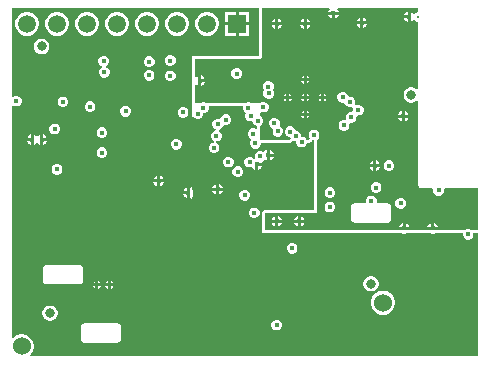
<source format=gbr>
%TF.GenerationSoftware,Altium Limited,Altium Designer,21.9.1 (22)*%
G04 Layer_Physical_Order=2*
G04 Layer_Color=16440176*
%FSLAX45Y45*%
%MOMM*%
%TF.SameCoordinates,430BEF64-33ED-46D9-BD69-C1E45A4CD6A6*%
%TF.FilePolarity,Positive*%
%TF.FileFunction,Copper,L2,Inr,Signal*%
%TF.Part,Single*%
G01*
G75*
%TA.AperFunction,ViaPad*%
%ADD49C,0.80000*%
%ADD50C,1.52400*%
%TA.AperFunction,ComponentPad*%
%ADD51C,1.50000*%
%ADD52R,1.50000X1.50000*%
%TA.AperFunction,ViaPad*%
%ADD53C,0.40000*%
%ADD54C,0.20000*%
%ADD55C,0.30000*%
G36*
X3468951Y2940400D02*
X3461813D01*
X3446964Y2934249D01*
X3441121Y2928406D01*
X3430186Y2926079D01*
X3425164Y2929042D01*
X3415717Y2938488D01*
X3402700Y2943880D01*
Y2900000D01*
Y2856120D01*
X3415717Y2861512D01*
X3425164Y2870958D01*
X3430186Y2873921D01*
X3441121Y2871594D01*
X3446964Y2865751D01*
X3461813Y2859600D01*
X3468951D01*
Y2291499D01*
X3456251Y2286238D01*
X3450157Y2292333D01*
X3435244Y2300943D01*
X3418610Y2305400D01*
X3401390D01*
X3384757Y2300943D01*
X3369843Y2292333D01*
X3357667Y2280157D01*
X3349057Y2265244D01*
X3344600Y2248610D01*
Y2231390D01*
X3349057Y2214757D01*
X3357667Y2199843D01*
X3369843Y2187667D01*
X3384757Y2179057D01*
X3401390Y2174600D01*
X3418610D01*
X3435244Y2179057D01*
X3450157Y2187667D01*
X3456251Y2193762D01*
X3468951Y2188501D01*
Y1475000D01*
X3470923Y1465089D01*
X3476537Y1456687D01*
X3484938Y1451074D01*
X3494849Y1449102D01*
X3587870D01*
X3594600Y1439030D01*
Y1420969D01*
X3601512Y1404283D01*
X3614283Y1391512D01*
X3630969Y1384600D01*
X3649031D01*
X3665717Y1391512D01*
X3678488Y1404283D01*
X3685400Y1420969D01*
Y1439030D01*
X3692130Y1449102D01*
X3974104D01*
Y1095897D01*
X3936048D01*
X3933545Y1095400D01*
X3930993Y1095399D01*
X3928638Y1094424D01*
X3926137Y1093926D01*
X3924015Y1092508D01*
X3922376Y1091829D01*
X3915717Y1098488D01*
X3899031Y1105400D01*
X3880969D01*
X3864283Y1098488D01*
X3857624Y1091829D01*
X3855985Y1092508D01*
X3853863Y1093926D01*
X3851362Y1094424D01*
X3849007Y1095399D01*
X3846455Y1095400D01*
X3843952Y1095897D01*
X3638789D01*
X3637852Y1097300D01*
X3542148D01*
X3541211Y1095897D01*
X3398789D01*
X3397852Y1097300D01*
X3302148D01*
X3301211Y1095897D01*
X2170000D01*
Y1240000D01*
X2610000D01*
Y1860000D01*
X2611231Y1861219D01*
X2611353Y1861270D01*
X2624124Y1874041D01*
X2631036Y1890727D01*
Y1908789D01*
X2624124Y1925475D01*
X2611353Y1938246D01*
X2594666Y1945158D01*
X2576605D01*
X2559919Y1938246D01*
X2547147Y1925475D01*
X2540236Y1908789D01*
Y1890727D01*
X2547147Y1874041D01*
X2548488Y1872700D01*
X2543228Y1860000D01*
X2520857D01*
X2518488Y1865717D01*
X2505717Y1878488D01*
X2489031Y1885400D01*
X2475400D01*
Y1899031D01*
X2468488Y1915717D01*
X2455717Y1928488D01*
X2439031Y1935400D01*
X2430202D01*
Y1937791D01*
X2423291Y1954477D01*
X2410519Y1967249D01*
X2393833Y1974160D01*
X2375772D01*
X2359085Y1967249D01*
X2346314Y1954477D01*
X2339402Y1937791D01*
Y1919729D01*
X2346314Y1903043D01*
X2359085Y1890272D01*
X2375772Y1883360D01*
X2382859D01*
X2387451Y1871841D01*
X2379539Y1860000D01*
X2130000D01*
Y1979144D01*
X2135717Y1981512D01*
X2148488Y1994283D01*
X2155400Y2010969D01*
Y2029031D01*
X2148488Y2045717D01*
X2135717Y2058488D01*
X2130000Y2060856D01*
Y2083274D01*
X2142700Y2091760D01*
X2146889Y2090025D01*
X2164951D01*
X2181637Y2096936D01*
X2194408Y2109708D01*
X2201320Y2126394D01*
Y2144455D01*
X2194408Y2161142D01*
X2181637Y2173913D01*
X2164951Y2180825D01*
X2146889D01*
X2130203Y2173913D01*
X2126290Y2170000D01*
X2052068D01*
X2039031Y2175400D01*
X2020969D01*
X2007932Y2170000D01*
X1672068D01*
X1659031Y2175400D01*
X1640969D01*
X1627932Y2170000D01*
X1575898D01*
Y2321937D01*
X1588598Y2327197D01*
X1594283Y2321512D01*
X1607300Y2316120D01*
Y2360000D01*
Y2403880D01*
X1594283Y2398488D01*
X1588598Y2392803D01*
X1575898Y2398064D01*
Y2544102D01*
X2120000D01*
X2129911Y2546074D01*
X2138312Y2551688D01*
X2143926Y2560089D01*
X2145898Y2570000D01*
Y2974104D01*
X2711938D01*
X2717199Y2961404D01*
X2711512Y2955717D01*
X2706120Y2942700D01*
X2793880D01*
X2788488Y2955717D01*
X2782802Y2961404D01*
X2788062Y2974104D01*
X3468951D01*
Y2940400D01*
D02*
G37*
G36*
X2120000Y2570000D02*
X1550000D01*
Y2049201D01*
X1557159Y2052361D01*
X1562700Y2053095D01*
X1574283Y2041512D01*
X1590969Y2034600D01*
X1609031D01*
X1625717Y2041512D01*
X1638488Y2054283D01*
X1645400Y2070969D01*
Y2084600D01*
X1659031D01*
X1675717Y2091512D01*
X1688488Y2104283D01*
X1695400Y2120969D01*
Y2139031D01*
X1698789Y2144102D01*
X1981211D01*
X1984600Y2139031D01*
Y2120969D01*
X1991512Y2104283D01*
X2004283Y2091512D01*
X2010904Y2088769D01*
X2011512Y2085717D01*
X2004600Y2069031D01*
Y2050969D01*
X2011512Y2034283D01*
X2024283Y2021512D01*
X2040969Y2014600D01*
X2059030D01*
X2067361Y2004304D01*
X2071512Y1994283D01*
X2084283Y1981512D01*
X2100969Y1974600D01*
X2104102D01*
Y1956696D01*
X2091402Y1950276D01*
X2079031Y1955400D01*
X2060969D01*
X2044283Y1948488D01*
X2031512Y1935717D01*
X2024600Y1919031D01*
Y1900969D01*
X2031512Y1884283D01*
X2044283Y1871512D01*
X2050003Y1869142D01*
X2052070Y1858754D01*
X2051177Y1854909D01*
X2044600Y1839031D01*
Y1820969D01*
X2051512Y1804283D01*
X2064283Y1791512D01*
X2080969Y1784600D01*
X2099031D01*
X2115717Y1791512D01*
X2128488Y1804283D01*
X2135400Y1820969D01*
Y1834103D01*
X2379539D01*
X2382041Y1834600D01*
X2384591D01*
X2386947Y1835576D01*
X2389450Y1836074D01*
X2391571Y1837491D01*
X2393927Y1838467D01*
X2395730Y1840270D01*
X2397851Y1841688D01*
X2399269Y1843809D01*
X2401072Y1845612D01*
X2404855Y1851274D01*
X2420969Y1844600D01*
X2434600D01*
Y1830969D01*
X2441512Y1814283D01*
X2454283Y1801512D01*
X2470969Y1794600D01*
X2489031D01*
X2505717Y1801512D01*
X2518488Y1814283D01*
X2525400Y1830969D01*
Y1834103D01*
X2543228D01*
X2553138Y1836074D01*
X2561540Y1841687D01*
X2567154Y1850089D01*
X2570047Y1857074D01*
X2576605Y1854358D01*
X2584103D01*
Y1265898D01*
X2170000D01*
X2160089Y1263926D01*
X2151688Y1258312D01*
X2146074Y1249911D01*
X2144102Y1240000D01*
Y1095897D01*
X2146074Y1085987D01*
X2148270Y1082700D01*
X2141920Y1070000D01*
X3327933D01*
X3340969Y1064600D01*
X3359031D01*
X3372067Y1070000D01*
X3567933D01*
X3580969Y1064600D01*
X3599031D01*
X3612067Y1070000D01*
X3843952D01*
X3844600Y1069030D01*
Y1050969D01*
X3851512Y1034283D01*
X3864283Y1021512D01*
X3880969Y1014600D01*
X3899031D01*
X3915717Y1021512D01*
X3928488Y1034283D01*
X3935400Y1050969D01*
Y1069030D01*
X3936048Y1070000D01*
X3974104D01*
Y25896D01*
X187541D01*
X182281Y38596D01*
X191300Y47616D01*
X204676Y70784D01*
X211600Y96624D01*
Y123376D01*
X204676Y149216D01*
X191300Y172384D01*
X172384Y191300D01*
X149216Y204676D01*
X123376Y211600D01*
X96624D01*
X70784Y204676D01*
X47616Y191300D01*
X38596Y182281D01*
X25896Y187541D01*
Y2143546D01*
X38596Y2148806D01*
X39716Y2147686D01*
X56402Y2140775D01*
X74464D01*
X91150Y2147686D01*
X103922Y2160458D01*
X110833Y2177144D01*
Y2195205D01*
X103922Y2211892D01*
X91150Y2224663D01*
X74464Y2231575D01*
X56402D01*
X39716Y2224663D01*
X38596Y2223543D01*
X25896Y2228804D01*
Y2974104D01*
X2120000D01*
Y2570000D01*
D02*
G37*
%LPC*%
G36*
X3377300Y2943880D02*
X3364283Y2938488D01*
X3351512Y2925717D01*
X3346120Y2912700D01*
X3377300D01*
Y2943880D01*
D02*
G37*
G36*
X2793880Y2917300D02*
X2762700D01*
Y2886120D01*
X2775717Y2891512D01*
X2788488Y2904283D01*
X2793880Y2917300D01*
D02*
G37*
G36*
X2737300D02*
X2706120D01*
X2711512Y2904283D01*
X2724283Y2891512D01*
X2737300Y2886120D01*
Y2917300D01*
D02*
G37*
G36*
X3002700Y2893880D02*
Y2862700D01*
X3033880D01*
X3028488Y2875717D01*
X3015717Y2888488D01*
X3002700Y2893880D01*
D02*
G37*
G36*
X2977300D02*
X2964283Y2888488D01*
X2951512Y2875717D01*
X2946120Y2862700D01*
X2977300D01*
Y2893880D01*
D02*
G37*
G36*
X3377300Y2887300D02*
X3346120D01*
X3351512Y2874283D01*
X3364283Y2861512D01*
X3377300Y2856120D01*
Y2887300D01*
D02*
G37*
G36*
X2522700Y2883880D02*
Y2852700D01*
X2553880D01*
X2548488Y2865717D01*
X2535717Y2878488D01*
X2522700Y2883880D01*
D02*
G37*
G36*
X2497300D02*
X2484283Y2878488D01*
X2471512Y2865717D01*
X2466120Y2852700D01*
X2497300D01*
Y2883880D01*
D02*
G37*
G36*
X2282700D02*
Y2852700D01*
X2313880D01*
X2308488Y2865717D01*
X2295717Y2878488D01*
X2282700Y2883880D01*
D02*
G37*
G36*
X2257300D02*
X2244283Y2878488D01*
X2231512Y2865717D01*
X2226120Y2852700D01*
X2257300D01*
Y2883880D01*
D02*
G37*
G36*
X3033880Y2837300D02*
X3002700D01*
Y2806120D01*
X3015717Y2811512D01*
X3028488Y2824283D01*
X3033880Y2837300D01*
D02*
G37*
G36*
X2977300D02*
X2946120D01*
X2951512Y2824283D01*
X2964283Y2811512D01*
X2977300Y2806120D01*
Y2837300D01*
D02*
G37*
G36*
X2553880Y2827300D02*
X2522700D01*
Y2796120D01*
X2535717Y2801512D01*
X2548488Y2814283D01*
X2553880Y2827300D01*
D02*
G37*
G36*
X2497300D02*
X2466120D01*
X2471512Y2814283D01*
X2484283Y2801512D01*
X2497300Y2796120D01*
Y2827300D01*
D02*
G37*
G36*
X2313880D02*
X2282700D01*
Y2796120D01*
X2295717Y2801512D01*
X2308488Y2814283D01*
X2313880Y2827300D01*
D02*
G37*
G36*
X2257300D02*
X2226120D01*
X2231512Y2814283D01*
X2244283Y2801512D01*
X2257300Y2796120D01*
Y2827300D01*
D02*
G37*
G36*
X2522700Y2400556D02*
Y2380200D01*
X2543056D01*
X2540011Y2387553D01*
X2530053Y2397511D01*
X2522700Y2400556D01*
D02*
G37*
G36*
X2497300D02*
X2489948Y2397511D01*
X2479989Y2387553D01*
X2476944Y2380200D01*
X2497300D01*
Y2400556D01*
D02*
G37*
G36*
X1939031Y2465400D02*
X1920969D01*
X1904283Y2458488D01*
X1891512Y2445717D01*
X1884600Y2429031D01*
Y2410969D01*
X1891512Y2394283D01*
X1904283Y2381512D01*
X1920969Y2374600D01*
X1939031D01*
X1955717Y2381512D01*
X1968488Y2394283D01*
X1975400Y2410969D01*
Y2429031D01*
X1968488Y2445717D01*
X1955717Y2458488D01*
X1939031Y2465400D01*
D02*
G37*
G36*
X1632700Y2403880D02*
Y2372700D01*
X1663880D01*
X1658488Y2385717D01*
X1645717Y2398488D01*
X1632700Y2403880D01*
D02*
G37*
G36*
X2543056Y2354800D02*
X2522700D01*
Y2334444D01*
X2530053Y2337489D01*
X2540011Y2347447D01*
X2543056Y2354800D01*
D02*
G37*
G36*
X2497300D02*
X2476944D01*
X2479989Y2347447D01*
X2489948Y2337489D01*
X2497300Y2334444D01*
Y2354800D01*
D02*
G37*
G36*
X1663880Y2347300D02*
X1632700D01*
Y2316120D01*
X1645717Y2321512D01*
X1658488Y2334283D01*
X1663880Y2347300D01*
D02*
G37*
G36*
X2670200Y2253056D02*
Y2232700D01*
X2690556D01*
X2687511Y2240052D01*
X2677553Y2250010D01*
X2670200Y2253056D01*
D02*
G37*
G36*
X2644800D02*
X2637448Y2250010D01*
X2627490Y2240052D01*
X2624444Y2232700D01*
X2644800D01*
Y2253056D01*
D02*
G37*
G36*
X2522700D02*
Y2232700D01*
X2543056D01*
X2540011Y2240052D01*
X2530053Y2250010D01*
X2522700Y2253056D01*
D02*
G37*
G36*
X2497300D02*
X2489948Y2250010D01*
X2479989Y2240052D01*
X2476944Y2232700D01*
X2497300D01*
Y2253056D01*
D02*
G37*
G36*
X2375200D02*
Y2232700D01*
X2395556D01*
X2392511Y2240052D01*
X2382553Y2250010D01*
X2375200Y2253056D01*
D02*
G37*
G36*
X2349800D02*
X2342447Y2250010D01*
X2332489Y2240052D01*
X2329444Y2232700D01*
X2349800D01*
Y2253056D01*
D02*
G37*
G36*
X2209031Y2355400D02*
X2190969D01*
X2174283Y2348488D01*
X2161512Y2335717D01*
X2154600Y2319031D01*
Y2300969D01*
X2161512Y2284283D01*
X2165794Y2280000D01*
X2162594Y2276800D01*
X2155683Y2260114D01*
Y2242052D01*
X2162594Y2225366D01*
X2175366Y2212595D01*
X2192052Y2205683D01*
X2210113D01*
X2226800Y2212595D01*
X2239571Y2225366D01*
X2246483Y2242052D01*
Y2260114D01*
X2239571Y2276800D01*
X2235288Y2281083D01*
X2238488Y2284283D01*
X2245400Y2300969D01*
Y2319031D01*
X2238488Y2335717D01*
X2225717Y2348488D01*
X2209031Y2355400D01*
D02*
G37*
G36*
X2690556Y2207300D02*
X2670200D01*
Y2186944D01*
X2677553Y2189989D01*
X2687511Y2199947D01*
X2690556Y2207300D01*
D02*
G37*
G36*
X2644800D02*
X2624444D01*
X2627490Y2199947D01*
X2637448Y2189989D01*
X2644800Y2186944D01*
Y2207300D01*
D02*
G37*
G36*
X2543056D02*
X2522700D01*
Y2186944D01*
X2530053Y2189989D01*
X2540011Y2199947D01*
X2543056Y2207300D01*
D02*
G37*
G36*
X2497300D02*
X2476944D01*
X2479989Y2199947D01*
X2489948Y2189989D01*
X2497300Y2186944D01*
Y2207300D01*
D02*
G37*
G36*
X2395556D02*
X2375200D01*
Y2186944D01*
X2382553Y2189989D01*
X2392511Y2199947D01*
X2395556Y2207300D01*
D02*
G37*
G36*
X2349800D02*
X2329444D01*
X2332489Y2199947D01*
X2342447Y2189989D01*
X2349800Y2186944D01*
Y2207300D01*
D02*
G37*
G36*
X2522700Y2105556D02*
Y2085200D01*
X2543056D01*
X2540011Y2092552D01*
X2530053Y2102510D01*
X2522700Y2105556D01*
D02*
G37*
G36*
X2497300D02*
X2489948Y2102510D01*
X2479989Y2092552D01*
X2476944Y2085200D01*
X2497300D01*
Y2105556D01*
D02*
G37*
G36*
X3352700Y2103880D02*
Y2072700D01*
X3383880D01*
X3378488Y2085717D01*
X3365717Y2098488D01*
X3352700Y2103880D01*
D02*
G37*
G36*
X3327300D02*
X3314283Y2098488D01*
X3301512Y2085717D01*
X3296120Y2072700D01*
X3327300D01*
Y2103880D01*
D02*
G37*
G36*
X2543056Y2059800D02*
X2522700D01*
Y2039444D01*
X2530053Y2042489D01*
X2540011Y2052447D01*
X2543056Y2059800D01*
D02*
G37*
G36*
X2497300D02*
X2476944D01*
X2479989Y2052447D01*
X2489948Y2042489D01*
X2497300Y2039444D01*
Y2059800D01*
D02*
G37*
G36*
X3383880Y2047300D02*
X3352700D01*
Y2016120D01*
X3365717Y2021512D01*
X3378488Y2034283D01*
X3383880Y2047300D01*
D02*
G37*
G36*
X3327300D02*
X3296120D01*
X3301512Y2034283D01*
X3314283Y2021512D01*
X3327300Y2016120D01*
Y2047300D01*
D02*
G37*
G36*
X2839031Y2265400D02*
X2820969D01*
X2804283Y2258488D01*
X2791512Y2245717D01*
X2784600Y2229031D01*
Y2210969D01*
X2791512Y2194283D01*
X2804283Y2181512D01*
X2820969Y2174600D01*
X2839030D01*
X2847361Y2164304D01*
X2851512Y2154283D01*
X2864283Y2141512D01*
X2880969Y2134600D01*
X2899031D01*
X2909016Y2138736D01*
X2918736Y2129016D01*
X2914600Y2119031D01*
Y2106840D01*
X2910854Y2099146D01*
X2903160Y2095400D01*
X2890969D01*
X2874283Y2088488D01*
X2861512Y2075717D01*
X2854600Y2059031D01*
Y2040969D01*
X2856665Y2035984D01*
X2852704Y2030494D01*
X2847302Y2025400D01*
X2830969D01*
X2814283Y2018488D01*
X2801512Y2005717D01*
X2794600Y1989031D01*
Y1970969D01*
X2801512Y1954283D01*
X2814283Y1941512D01*
X2830969Y1934600D01*
X2849031D01*
X2865717Y1941512D01*
X2878488Y1954283D01*
X2885400Y1970969D01*
Y1989031D01*
X2883335Y1994016D01*
X2887296Y1999507D01*
X2892698Y2004600D01*
X2909031D01*
X2925717Y2011512D01*
X2938488Y2024283D01*
X2945400Y2040969D01*
Y2053160D01*
X2949146Y2060854D01*
X2956840Y2064600D01*
X2969031D01*
X2985717Y2071512D01*
X2998488Y2084283D01*
X3005400Y2100969D01*
Y2119031D01*
X2998488Y2135717D01*
X2985717Y2148488D01*
X2969031Y2155400D01*
X2950969D01*
X2940984Y2151264D01*
X2931264Y2160985D01*
X2935400Y2170969D01*
Y2189031D01*
X2928488Y2205717D01*
X2915717Y2218488D01*
X2899031Y2225400D01*
X2880970D01*
X2872639Y2235696D01*
X2868488Y2245717D01*
X2855717Y2258488D01*
X2839031Y2265400D01*
D02*
G37*
G36*
X2259031Y2045400D02*
X2240969D01*
X2224283Y2038488D01*
X2211512Y2025717D01*
X2204600Y2009031D01*
Y1990969D01*
X2211512Y1974283D01*
X2224283Y1961512D01*
X2229304Y1959432D01*
X2236189Y1942867D01*
X2234600Y1939031D01*
Y1920969D01*
X2241512Y1904283D01*
X2254283Y1891512D01*
X2270969Y1884600D01*
X2289031D01*
X2305717Y1891512D01*
X2318488Y1904283D01*
X2325400Y1920969D01*
Y1939031D01*
X2318488Y1955717D01*
X2305717Y1968488D01*
X2300696Y1970568D01*
X2293811Y1987133D01*
X2295400Y1990969D01*
Y2009031D01*
X2288488Y2025717D01*
X2275717Y2038488D01*
X2259031Y2045400D01*
D02*
G37*
G36*
X3112700Y1683880D02*
Y1652700D01*
X3143880D01*
X3138488Y1665717D01*
X3125717Y1678488D01*
X3112700Y1683880D01*
D02*
G37*
G36*
X3087300D02*
X3074283Y1678488D01*
X3061512Y1665717D01*
X3056120Y1652700D01*
X3087300D01*
Y1683880D01*
D02*
G37*
G36*
X3143880Y1627300D02*
X3112700D01*
Y1596120D01*
X3125717Y1601512D01*
X3138488Y1614283D01*
X3143880Y1627300D01*
D02*
G37*
G36*
X3087300D02*
X3056120D01*
X3061512Y1614283D01*
X3074283Y1601512D01*
X3087300Y1596120D01*
Y1627300D01*
D02*
G37*
G36*
X3229031Y1685400D02*
X3210969D01*
X3194283Y1678488D01*
X3181512Y1665717D01*
X3174600Y1649031D01*
Y1630969D01*
X3181512Y1614283D01*
X3194283Y1601512D01*
X3210969Y1594600D01*
X3229031D01*
X3245717Y1601512D01*
X3258488Y1614283D01*
X3265400Y1630969D01*
Y1649031D01*
X3258488Y1665717D01*
X3245717Y1678488D01*
X3229031Y1685400D01*
D02*
G37*
G36*
X3120516Y1500127D02*
X3102455D01*
X3085769Y1493215D01*
X3072997Y1480444D01*
X3066086Y1463758D01*
Y1445696D01*
X3072997Y1429010D01*
X3085769Y1416238D01*
X3102455Y1409327D01*
X3120516D01*
X3137203Y1416238D01*
X3149974Y1429010D01*
X3156885Y1445696D01*
Y1463758D01*
X3149974Y1480444D01*
X3137203Y1493215D01*
X3120516Y1500127D01*
D02*
G37*
G36*
X2729031Y1455400D02*
X2710969D01*
X2694283Y1448488D01*
X2681512Y1435717D01*
X2674600Y1419031D01*
Y1400969D01*
X2681512Y1384283D01*
X2694283Y1371512D01*
X2710969Y1364600D01*
X2729031D01*
X2745717Y1371512D01*
X2758488Y1384283D01*
X2765400Y1400969D01*
Y1419031D01*
X2758488Y1435717D01*
X2745717Y1448488D01*
X2729031Y1455400D01*
D02*
G37*
G36*
X3329031Y1365400D02*
X3310969D01*
X3294283Y1358488D01*
X3281512Y1345717D01*
X3274600Y1329031D01*
Y1310969D01*
X3281512Y1294283D01*
X3294283Y1281512D01*
X3310969Y1274600D01*
X3329031D01*
X3345717Y1281512D01*
X3358488Y1294283D01*
X3365400Y1310969D01*
Y1329031D01*
X3358488Y1345717D01*
X3345717Y1358488D01*
X3329031Y1365400D01*
D02*
G37*
G36*
X2729031Y1335400D02*
X2710969D01*
X2694283Y1328488D01*
X2681512Y1315717D01*
X2674600Y1299031D01*
Y1280969D01*
X2681512Y1264283D01*
X2694283Y1251512D01*
X2710969Y1244600D01*
X2729031D01*
X2745717Y1251512D01*
X2758488Y1264283D01*
X2765400Y1280969D01*
Y1299031D01*
X2758488Y1315717D01*
X2745717Y1328488D01*
X2729031Y1335400D01*
D02*
G37*
G36*
X2472700Y1213880D02*
Y1182700D01*
X2503880D01*
X2498488Y1195717D01*
X2485717Y1208488D01*
X2472700Y1213880D01*
D02*
G37*
G36*
X2447300D02*
X2434283Y1208488D01*
X2421512Y1195717D01*
X2416120Y1182700D01*
X2447300D01*
Y1213880D01*
D02*
G37*
G36*
X2282700D02*
Y1182700D01*
X2313880D01*
X2308488Y1195717D01*
X2295717Y1208488D01*
X2282700Y1213880D01*
D02*
G37*
G36*
X2257300D02*
X2244283Y1208488D01*
X2231512Y1195717D01*
X2226120Y1182700D01*
X2257300D01*
Y1213880D01*
D02*
G37*
G36*
X3079031Y1386600D02*
X3060969D01*
X3044283Y1379688D01*
X3031512Y1366917D01*
X3024600Y1350231D01*
Y1332170D01*
X3017668Y1321796D01*
X2930300D01*
X2918438Y1319436D01*
X2908383Y1312717D01*
X2901664Y1302662D01*
X2899304Y1290800D01*
Y1189200D01*
X2901664Y1177339D01*
X2908383Y1167283D01*
X2918438Y1160564D01*
X2930300Y1158204D01*
X3209700D01*
X3221562Y1160564D01*
X3231617Y1167283D01*
X3238336Y1177339D01*
X3240696Y1189200D01*
Y1290800D01*
X3238336Y1302662D01*
X3231617Y1312717D01*
X3221562Y1319436D01*
X3209700Y1321796D01*
X3122332D01*
X3115400Y1332170D01*
Y1350231D01*
X3108488Y1366917D01*
X3095717Y1379688D01*
X3079031Y1386600D01*
D02*
G37*
G36*
X2503880Y1157300D02*
X2472700D01*
Y1126120D01*
X2485717Y1131512D01*
X2498488Y1144283D01*
X2503880Y1157300D01*
D02*
G37*
G36*
X2447300D02*
X2416120D01*
X2421512Y1144283D01*
X2434283Y1131512D01*
X2447300Y1126120D01*
Y1157300D01*
D02*
G37*
G36*
X2313880D02*
X2282700D01*
Y1126120D01*
X2295717Y1131512D01*
X2308488Y1144283D01*
X2313880Y1157300D01*
D02*
G37*
G36*
X2257300D02*
X2226120D01*
X2231512Y1144283D01*
X2244283Y1131512D01*
X2257300Y1126120D01*
Y1157300D01*
D02*
G37*
G36*
X3602700Y1153880D02*
Y1122700D01*
X3633880D01*
X3628488Y1135717D01*
X3615717Y1148488D01*
X3602700Y1153880D01*
D02*
G37*
G36*
X3577300D02*
X3564283Y1148488D01*
X3551512Y1135717D01*
X3546120Y1122700D01*
X3577300D01*
Y1153880D01*
D02*
G37*
G36*
X3362700D02*
Y1122700D01*
X3393880D01*
X3388488Y1135717D01*
X3375717Y1148488D01*
X3362700Y1153880D01*
D02*
G37*
G36*
X3337300D02*
X3324283Y1148488D01*
X3311512Y1135717D01*
X3306120Y1122700D01*
X3337300D01*
Y1153880D01*
D02*
G37*
G36*
X2034400Y2940400D02*
X1946699D01*
Y2852700D01*
X2034400D01*
Y2940400D01*
D02*
G37*
G36*
X1921299D02*
X1833600D01*
Y2852700D01*
X1921299D01*
Y2940400D01*
D02*
G37*
G36*
X2034400Y2827300D02*
X1946699D01*
Y2739600D01*
X2034400D01*
Y2827300D01*
D02*
G37*
G36*
X1921299D02*
X1833600D01*
Y2739600D01*
X1921299D01*
Y2827300D01*
D02*
G37*
G36*
X1693218Y2940400D02*
X1666782D01*
X1641247Y2933558D01*
X1618353Y2920340D01*
X1599660Y2901647D01*
X1586442Y2878753D01*
X1579600Y2853218D01*
Y2826782D01*
X1586442Y2801247D01*
X1599660Y2778353D01*
X1618353Y2759660D01*
X1641247Y2746442D01*
X1666782Y2739600D01*
X1693218D01*
X1718753Y2746442D01*
X1741647Y2759660D01*
X1760340Y2778353D01*
X1773558Y2801247D01*
X1780400Y2826782D01*
Y2853218D01*
X1773558Y2878753D01*
X1760340Y2901647D01*
X1741647Y2920340D01*
X1718753Y2933558D01*
X1693218Y2940400D01*
D02*
G37*
G36*
X1439218D02*
X1412782D01*
X1387247Y2933558D01*
X1364353Y2920340D01*
X1345660Y2901647D01*
X1332442Y2878753D01*
X1325600Y2853218D01*
Y2826782D01*
X1332442Y2801247D01*
X1345660Y2778353D01*
X1364353Y2759660D01*
X1387247Y2746442D01*
X1412782Y2739600D01*
X1439218D01*
X1464753Y2746442D01*
X1487647Y2759660D01*
X1506340Y2778353D01*
X1519558Y2801247D01*
X1526400Y2826782D01*
Y2853218D01*
X1519558Y2878753D01*
X1506340Y2901647D01*
X1487647Y2920340D01*
X1464753Y2933558D01*
X1439218Y2940400D01*
D02*
G37*
G36*
X1185218D02*
X1158782D01*
X1133247Y2933558D01*
X1110353Y2920340D01*
X1091660Y2901647D01*
X1078442Y2878753D01*
X1071600Y2853218D01*
Y2826782D01*
X1078442Y2801247D01*
X1091660Y2778353D01*
X1110353Y2759660D01*
X1133247Y2746442D01*
X1158782Y2739600D01*
X1185218D01*
X1210753Y2746442D01*
X1233647Y2759660D01*
X1252340Y2778353D01*
X1265558Y2801247D01*
X1272400Y2826782D01*
Y2853218D01*
X1265558Y2878753D01*
X1252340Y2901647D01*
X1233647Y2920340D01*
X1210753Y2933558D01*
X1185218Y2940400D01*
D02*
G37*
G36*
X931218D02*
X904782D01*
X879247Y2933558D01*
X856353Y2920340D01*
X837660Y2901647D01*
X824442Y2878753D01*
X817600Y2853218D01*
Y2826782D01*
X824442Y2801247D01*
X837660Y2778353D01*
X856353Y2759660D01*
X879247Y2746442D01*
X904782Y2739600D01*
X931218D01*
X956753Y2746442D01*
X979647Y2759660D01*
X998340Y2778353D01*
X1011558Y2801247D01*
X1018400Y2826782D01*
Y2853218D01*
X1011558Y2878753D01*
X998340Y2901647D01*
X979647Y2920340D01*
X956753Y2933558D01*
X931218Y2940400D01*
D02*
G37*
G36*
X677218D02*
X650782D01*
X625247Y2933558D01*
X602353Y2920340D01*
X583660Y2901647D01*
X570442Y2878753D01*
X563600Y2853218D01*
Y2826782D01*
X570442Y2801247D01*
X583660Y2778353D01*
X602353Y2759660D01*
X625247Y2746442D01*
X650782Y2739600D01*
X677218D01*
X702753Y2746442D01*
X725647Y2759660D01*
X744340Y2778353D01*
X757558Y2801247D01*
X764400Y2826782D01*
Y2853218D01*
X757558Y2878753D01*
X744340Y2901647D01*
X725647Y2920340D01*
X702753Y2933558D01*
X677218Y2940400D01*
D02*
G37*
G36*
X423218D02*
X396782D01*
X371247Y2933558D01*
X348353Y2920340D01*
X329660Y2901647D01*
X316442Y2878753D01*
X309600Y2853218D01*
Y2826782D01*
X316442Y2801247D01*
X329660Y2778353D01*
X348353Y2759660D01*
X371247Y2746442D01*
X396782Y2739600D01*
X423218D01*
X448753Y2746442D01*
X471647Y2759660D01*
X490340Y2778353D01*
X503558Y2801247D01*
X510400Y2826782D01*
Y2853218D01*
X503558Y2878753D01*
X490340Y2901647D01*
X471647Y2920340D01*
X448753Y2933558D01*
X423218Y2940400D01*
D02*
G37*
G36*
X169218D02*
X142782D01*
X117247Y2933558D01*
X94353Y2920340D01*
X75660Y2901647D01*
X62442Y2878753D01*
X55600Y2853218D01*
Y2826782D01*
X62442Y2801247D01*
X75660Y2778353D01*
X94353Y2759660D01*
X117247Y2746442D01*
X142782Y2739600D01*
X169218D01*
X194753Y2746442D01*
X217647Y2759660D01*
X236340Y2778353D01*
X249558Y2801247D01*
X256400Y2826782D01*
Y2853218D01*
X249558Y2878753D01*
X236340Y2901647D01*
X217647Y2920340D01*
X194753Y2933558D01*
X169218Y2940400D01*
D02*
G37*
G36*
X288610Y2715400D02*
X271390D01*
X254756Y2710943D01*
X239843Y2702333D01*
X227667Y2690157D01*
X219057Y2675244D01*
X214600Y2658610D01*
Y2641390D01*
X219057Y2624756D01*
X227667Y2609843D01*
X239843Y2597667D01*
X254756Y2589057D01*
X271390Y2584600D01*
X288610D01*
X305243Y2589057D01*
X320157Y2597667D01*
X332333Y2609843D01*
X340943Y2624756D01*
X345400Y2641390D01*
Y2658610D01*
X340943Y2675244D01*
X332333Y2690157D01*
X320157Y2702333D01*
X305243Y2710943D01*
X288610Y2715400D01*
D02*
G37*
G36*
X1379031Y2575400D02*
X1360969D01*
X1344283Y2568488D01*
X1331512Y2555717D01*
X1324600Y2539031D01*
Y2520969D01*
X1331512Y2504283D01*
X1344283Y2491512D01*
X1360969Y2484600D01*
X1379031D01*
X1395717Y2491512D01*
X1408488Y2504283D01*
X1415400Y2520969D01*
Y2539031D01*
X1408488Y2555717D01*
X1395717Y2568488D01*
X1379031Y2575400D01*
D02*
G37*
G36*
X1199031Y2565400D02*
X1180969D01*
X1164283Y2558488D01*
X1151512Y2545717D01*
X1144600Y2529031D01*
Y2510969D01*
X1151512Y2494283D01*
X1164283Y2481512D01*
X1180969Y2474600D01*
X1199031D01*
X1215717Y2481512D01*
X1228488Y2494283D01*
X1235400Y2510969D01*
Y2529031D01*
X1228488Y2545717D01*
X1215717Y2558488D01*
X1199031Y2565400D01*
D02*
G37*
G36*
X815209Y2570891D02*
X797148D01*
X780461Y2563980D01*
X767690Y2551208D01*
X760779Y2534522D01*
Y2516461D01*
X767690Y2499774D01*
X780461Y2487003D01*
X788128Y2483827D01*
Y2470081D01*
X784283Y2468488D01*
X771512Y2455717D01*
X764600Y2439031D01*
Y2420969D01*
X771512Y2404283D01*
X784283Y2391512D01*
X800969Y2384600D01*
X819031D01*
X835717Y2391512D01*
X848488Y2404283D01*
X855400Y2420969D01*
Y2439031D01*
X848488Y2455717D01*
X835717Y2468488D01*
X828050Y2471664D01*
Y2485410D01*
X831895Y2487003D01*
X844667Y2499774D01*
X851578Y2516461D01*
Y2534522D01*
X844667Y2551208D01*
X831895Y2563980D01*
X815209Y2570891D01*
D02*
G37*
G36*
X1198605Y2450400D02*
X1180544D01*
X1163858Y2443488D01*
X1151086Y2430717D01*
X1144175Y2414030D01*
Y2395969D01*
X1151086Y2379283D01*
X1163858Y2366511D01*
X1180544Y2359600D01*
X1198605D01*
X1215292Y2366511D01*
X1228063Y2379283D01*
X1234975Y2395969D01*
Y2414030D01*
X1228063Y2430717D01*
X1215292Y2443488D01*
X1198605Y2450400D01*
D02*
G37*
G36*
X1379031Y2445400D02*
X1360969D01*
X1344283Y2438488D01*
X1331512Y2425717D01*
X1324600Y2409031D01*
Y2390969D01*
X1331512Y2374283D01*
X1344283Y2361512D01*
X1360969Y2354600D01*
X1379031D01*
X1395717Y2361512D01*
X1408488Y2374283D01*
X1415400Y2390969D01*
Y2409031D01*
X1408488Y2425717D01*
X1395717Y2438488D01*
X1379031Y2445400D01*
D02*
G37*
G36*
X469031Y2225400D02*
X450969D01*
X434283Y2218488D01*
X421512Y2205717D01*
X414600Y2189031D01*
Y2170969D01*
X421512Y2154283D01*
X434283Y2141512D01*
X450969Y2134600D01*
X469031D01*
X485717Y2141512D01*
X498488Y2154283D01*
X505400Y2170969D01*
Y2189031D01*
X498488Y2205717D01*
X485717Y2218488D01*
X469031Y2225400D01*
D02*
G37*
G36*
X699031Y2185400D02*
X680969D01*
X664283Y2178488D01*
X651512Y2165717D01*
X644600Y2149031D01*
Y2130969D01*
X651512Y2114283D01*
X664283Y2101512D01*
X680969Y2094600D01*
X699031D01*
X715717Y2101512D01*
X728488Y2114283D01*
X735400Y2130969D01*
Y2149031D01*
X728488Y2165717D01*
X715717Y2178488D01*
X699031Y2185400D01*
D02*
G37*
G36*
X999031Y2145400D02*
X980969D01*
X964283Y2138488D01*
X951512Y2125717D01*
X944600Y2109031D01*
Y2090969D01*
X951512Y2074283D01*
X964283Y2061512D01*
X980969Y2054600D01*
X999031D01*
X1015717Y2061512D01*
X1028488Y2074283D01*
X1035400Y2090969D01*
Y2109031D01*
X1028488Y2125717D01*
X1015717Y2138488D01*
X999031Y2145400D01*
D02*
G37*
G36*
X1486531Y2135400D02*
X1468469D01*
X1451783Y2128488D01*
X1439012Y2115717D01*
X1432100Y2099031D01*
Y2080969D01*
X1439012Y2064283D01*
X1451783Y2051512D01*
X1468469Y2044600D01*
X1486531D01*
X1503217Y2051512D01*
X1515988Y2064283D01*
X1522900Y2080969D01*
Y2099031D01*
X1515988Y2115717D01*
X1503217Y2128488D01*
X1486531Y2135400D01*
D02*
G37*
G36*
X1849031Y2075400D02*
X1830969D01*
X1814283Y2068488D01*
X1801512Y2055717D01*
X1795896Y2042161D01*
X1783480Y2033557D01*
X1779031Y2035400D01*
X1760969D01*
X1744283Y2028488D01*
X1731512Y2015717D01*
X1724600Y1999031D01*
Y1980969D01*
X1731512Y1964283D01*
X1744283Y1951512D01*
X1752520Y1948100D01*
X1751176Y1937094D01*
X1750481Y1935198D01*
X1734283Y1928488D01*
X1721512Y1915717D01*
X1714600Y1899031D01*
Y1880969D01*
X1721512Y1864283D01*
X1734283Y1851512D01*
X1742520Y1848100D01*
X1739993Y1835400D01*
X1730969D01*
X1714283Y1828488D01*
X1701512Y1815717D01*
X1694600Y1799031D01*
Y1780969D01*
X1701512Y1764283D01*
X1714283Y1751512D01*
X1730969Y1744600D01*
X1749031D01*
X1765717Y1751512D01*
X1778488Y1764283D01*
X1785400Y1780969D01*
Y1799031D01*
X1778488Y1815717D01*
X1765717Y1828488D01*
X1757480Y1831900D01*
X1760007Y1844600D01*
X1769031D01*
X1785717Y1851512D01*
X1798488Y1864283D01*
X1805400Y1880969D01*
Y1899031D01*
X1798488Y1915717D01*
X1785717Y1928488D01*
X1777480Y1931900D01*
X1778824Y1942906D01*
X1779519Y1944802D01*
X1795717Y1951512D01*
X1808488Y1964283D01*
X1814104Y1977839D01*
X1826520Y1986443D01*
X1830969Y1984600D01*
X1849031D01*
X1865717Y1991512D01*
X1878488Y2004283D01*
X1885400Y2020969D01*
Y2039031D01*
X1878488Y2055717D01*
X1865717Y2068488D01*
X1849031Y2075400D01*
D02*
G37*
G36*
X399031Y1995400D02*
X380969D01*
X364283Y1988488D01*
X351512Y1975717D01*
X344600Y1959031D01*
Y1940969D01*
X351512Y1924283D01*
X364283Y1911512D01*
X380969Y1904600D01*
X399031D01*
X415717Y1911512D01*
X428488Y1924283D01*
X435400Y1940969D01*
Y1959031D01*
X428488Y1975717D01*
X415717Y1988488D01*
X399031Y1995400D01*
D02*
G37*
G36*
X267300Y1903880D02*
X254283Y1898488D01*
X248297Y1892502D01*
X240000Y1886763D01*
X231703Y1892502D01*
X225717Y1898488D01*
X212700Y1903880D01*
Y1860000D01*
Y1816120D01*
X225717Y1821512D01*
X231703Y1827498D01*
X240000Y1833237D01*
X248297Y1827498D01*
X254283Y1821512D01*
X267300Y1816120D01*
Y1860000D01*
Y1903880D01*
D02*
G37*
G36*
X799031Y1965400D02*
X780969D01*
X764283Y1958488D01*
X751512Y1945717D01*
X744600Y1929031D01*
Y1910969D01*
X751512Y1894283D01*
X764283Y1881512D01*
X780969Y1874600D01*
X799031D01*
X815717Y1881512D01*
X828488Y1894283D01*
X835400Y1910969D01*
Y1929031D01*
X828488Y1945717D01*
X815717Y1958488D01*
X799031Y1965400D01*
D02*
G37*
G36*
X292700Y1903880D02*
Y1872700D01*
X323880D01*
X318488Y1885717D01*
X305717Y1898488D01*
X292700Y1903880D01*
D02*
G37*
G36*
X187300D02*
X174283Y1898488D01*
X161512Y1885717D01*
X156120Y1872700D01*
X187300D01*
Y1903880D01*
D02*
G37*
G36*
X323880Y1847300D02*
X292700D01*
Y1816120D01*
X305717Y1821512D01*
X318488Y1834283D01*
X323880Y1847300D01*
D02*
G37*
G36*
X187300D02*
X156120D01*
X161512Y1834283D01*
X174283Y1821512D01*
X187300Y1816120D01*
Y1847300D01*
D02*
G37*
G36*
X1429031Y1865400D02*
X1410969D01*
X1394283Y1858488D01*
X1381512Y1845717D01*
X1374600Y1829031D01*
Y1810969D01*
X1381512Y1794283D01*
X1394283Y1781512D01*
X1410969Y1774600D01*
X1429031D01*
X1445717Y1781512D01*
X1458488Y1794283D01*
X1465400Y1810969D01*
Y1829031D01*
X1458488Y1845717D01*
X1445717Y1858488D01*
X1429031Y1865400D01*
D02*
G37*
G36*
X2187300Y1773880D02*
X2174283Y1768488D01*
X2161512Y1755717D01*
X2158907Y1755199D01*
X2155717Y1758388D01*
X2139031Y1765300D01*
X2120969D01*
X2104283Y1758388D01*
X2091512Y1745617D01*
X2084600Y1728931D01*
Y1710869D01*
X2086936Y1705230D01*
X2076169Y1698036D01*
X2065717Y1708488D01*
X2049031Y1715400D01*
X2030969D01*
X2014283Y1708488D01*
X2001512Y1695717D01*
X1994600Y1679031D01*
Y1660969D01*
X2001512Y1644283D01*
X2014283Y1631512D01*
X2030969Y1624600D01*
X2049031D01*
X2059572Y1628966D01*
X2061512Y1624283D01*
X2074283Y1611512D01*
X2087300Y1606120D01*
Y1650000D01*
X2100000D01*
Y1662700D01*
X2143880D01*
X2143853Y1662767D01*
X2150732Y1679347D01*
X2155717Y1681412D01*
X2161070Y1686764D01*
X2174283Y1691512D01*
X2187300Y1686120D01*
Y1730000D01*
Y1773880D01*
D02*
G37*
G36*
X2212700D02*
Y1742700D01*
X2243880D01*
X2238488Y1755717D01*
X2225717Y1768488D01*
X2212700Y1773880D01*
D02*
G37*
G36*
X799031Y1795400D02*
X780969D01*
X764283Y1788488D01*
X751512Y1775717D01*
X744600Y1759031D01*
Y1740969D01*
X751512Y1724283D01*
X764283Y1711512D01*
X780969Y1704600D01*
X799031D01*
X815717Y1711512D01*
X828488Y1724283D01*
X835400Y1740969D01*
Y1759031D01*
X828488Y1775717D01*
X815717Y1788488D01*
X799031Y1795400D01*
D02*
G37*
G36*
X2243880Y1717300D02*
X2212700D01*
Y1686120D01*
X2225717Y1691512D01*
X2238488Y1704283D01*
X2243880Y1717300D01*
D02*
G37*
G36*
X1869031Y1715400D02*
X1850969D01*
X1834283Y1708488D01*
X1821512Y1695717D01*
X1814600Y1679031D01*
Y1660969D01*
X1821512Y1644283D01*
X1834283Y1631512D01*
X1850969Y1624600D01*
X1869031D01*
X1885717Y1631512D01*
X1898488Y1644283D01*
X1905400Y1660969D01*
Y1679031D01*
X1898488Y1695717D01*
X1885717Y1708488D01*
X1869031Y1715400D01*
D02*
G37*
G36*
X2143880Y1637300D02*
X2112700D01*
Y1606120D01*
X2125717Y1611512D01*
X2138488Y1624283D01*
X2143880Y1637300D01*
D02*
G37*
G36*
X419031Y1652900D02*
X400969D01*
X384283Y1645988D01*
X371512Y1633217D01*
X364600Y1616531D01*
Y1598469D01*
X371512Y1581783D01*
X384283Y1569012D01*
X400969Y1562100D01*
X419031D01*
X435717Y1569012D01*
X448488Y1581783D01*
X455400Y1598469D01*
Y1616531D01*
X448488Y1633217D01*
X435717Y1645988D01*
X419031Y1652900D01*
D02*
G37*
G36*
X1949031Y1635400D02*
X1930969D01*
X1914283Y1628488D01*
X1901512Y1615717D01*
X1894600Y1599031D01*
Y1580969D01*
X1901512Y1564283D01*
X1914283Y1551512D01*
X1930969Y1544600D01*
X1949031D01*
X1965717Y1551512D01*
X1978488Y1564283D01*
X1985400Y1580969D01*
Y1599031D01*
X1978488Y1615717D01*
X1965717Y1628488D01*
X1949031Y1635400D01*
D02*
G37*
G36*
X1282700Y1553880D02*
Y1522700D01*
X1313880D01*
X1308488Y1535717D01*
X1295717Y1548488D01*
X1282700Y1553880D01*
D02*
G37*
G36*
X1257300D02*
X1244283Y1548488D01*
X1231512Y1535717D01*
X1226120Y1522700D01*
X1257300D01*
Y1553880D01*
D02*
G37*
G36*
X1313880Y1497300D02*
X1282700D01*
Y1466120D01*
X1295717Y1471512D01*
X1308488Y1484283D01*
X1313880Y1497300D01*
D02*
G37*
G36*
X1257300D02*
X1226120D01*
X1231512Y1484283D01*
X1244283Y1471512D01*
X1257300Y1466120D01*
Y1497300D01*
D02*
G37*
G36*
X1782700Y1483880D02*
Y1452700D01*
X1813880D01*
X1808488Y1465717D01*
X1795717Y1478488D01*
X1782700Y1483880D01*
D02*
G37*
G36*
X1757300D02*
X1744283Y1478488D01*
X1731512Y1465717D01*
X1726120Y1452700D01*
X1757300D01*
Y1483880D01*
D02*
G37*
G36*
X1550000Y1460461D02*
X1537300Y1451975D01*
X1532700Y1453880D01*
Y1410000D01*
Y1366120D01*
X1537300Y1368025D01*
X1550000Y1359539D01*
Y1375795D01*
X1558488Y1384283D01*
X1565400Y1400969D01*
Y1419031D01*
X1558488Y1435717D01*
X1550000Y1444205D01*
Y1460461D01*
D02*
G37*
G36*
X1507300Y1453880D02*
X1494283Y1448488D01*
X1481512Y1435717D01*
X1476120Y1422700D01*
X1507300D01*
Y1453880D01*
D02*
G37*
G36*
X1813880Y1427300D02*
X1782700D01*
Y1396120D01*
X1795717Y1401512D01*
X1808488Y1414283D01*
X1813880Y1427300D01*
D02*
G37*
G36*
X1757300D02*
X1726120D01*
X1731512Y1414283D01*
X1744283Y1401512D01*
X1757300Y1396120D01*
Y1427300D01*
D02*
G37*
G36*
X1507300Y1397300D02*
X1476120D01*
X1481512Y1384283D01*
X1494283Y1371512D01*
X1507300Y1366120D01*
Y1397300D01*
D02*
G37*
G36*
X2009031Y1435400D02*
X1990969D01*
X1974283Y1428488D01*
X1961512Y1415717D01*
X1954600Y1399031D01*
Y1380969D01*
X1961512Y1364283D01*
X1974283Y1351512D01*
X1990969Y1344600D01*
X2009031D01*
X2025717Y1351512D01*
X2038488Y1364283D01*
X2045400Y1380969D01*
Y1399031D01*
X2038488Y1415717D01*
X2025717Y1428488D01*
X2009031Y1435400D01*
D02*
G37*
G36*
X2089031Y1285400D02*
X2070969D01*
X2054283Y1278488D01*
X2041512Y1265717D01*
X2034600Y1249031D01*
Y1230969D01*
X2041512Y1214283D01*
X2054283Y1201512D01*
X2070969Y1194600D01*
X2089031D01*
X2105717Y1201512D01*
X2118488Y1214283D01*
X2125400Y1230969D01*
Y1249031D01*
X2118488Y1265717D01*
X2105717Y1278488D01*
X2089031Y1285400D01*
D02*
G37*
G36*
X2409031Y985400D02*
X2390969D01*
X2374283Y978488D01*
X2361512Y965717D01*
X2354600Y949031D01*
Y930969D01*
X2361512Y914283D01*
X2374283Y901512D01*
X2390969Y894600D01*
X2409031D01*
X2425717Y901512D01*
X2438488Y914283D01*
X2445400Y930969D01*
Y949031D01*
X2438488Y965717D01*
X2425717Y978488D01*
X2409031Y985400D01*
D02*
G37*
G36*
X865200Y663056D02*
Y642700D01*
X885556D01*
X882510Y650053D01*
X872552Y660011D01*
X865200Y663056D01*
D02*
G37*
G36*
X839800D02*
X832447Y660011D01*
X822489Y650053D01*
X819444Y642700D01*
X839800D01*
Y663056D01*
D02*
G37*
G36*
X760200D02*
Y642700D01*
X780556D01*
X777511Y650053D01*
X767552Y660011D01*
X760200Y663056D01*
D02*
G37*
G36*
X734800D02*
X727447Y660011D01*
X717489Y650053D01*
X714444Y642700D01*
X734800D01*
Y663056D01*
D02*
G37*
G36*
X599700Y799296D02*
X320300D01*
X308439Y796936D01*
X298383Y790217D01*
X291664Y780162D01*
X289304Y768300D01*
Y666700D01*
X291664Y654839D01*
X298383Y644783D01*
X308439Y638064D01*
X320300Y635705D01*
X599700D01*
X611562Y638064D01*
X621617Y644783D01*
X628336Y654839D01*
X630696Y666700D01*
Y768300D01*
X628336Y780162D01*
X621617Y790217D01*
X611562Y796936D01*
X599700Y799296D01*
D02*
G37*
G36*
X885556Y617300D02*
X865200D01*
Y596944D01*
X872552Y599989D01*
X882510Y609947D01*
X885556Y617300D01*
D02*
G37*
G36*
X839800D02*
X819444D01*
X822489Y609947D01*
X832447Y599989D01*
X839800Y596944D01*
Y617300D01*
D02*
G37*
G36*
X780556D02*
X760200D01*
Y596944D01*
X767552Y599989D01*
X777511Y609947D01*
X780556Y617300D01*
D02*
G37*
G36*
X734800D02*
X714444D01*
X717489Y609947D01*
X727447Y599989D01*
X734800Y596944D01*
Y617300D01*
D02*
G37*
G36*
X3078610Y705400D02*
X3061390D01*
X3044756Y700943D01*
X3029843Y692333D01*
X3017667Y680157D01*
X3009057Y665244D01*
X3004600Y648610D01*
Y631390D01*
X3009057Y614756D01*
X3017667Y599843D01*
X3029843Y587667D01*
X3044756Y579057D01*
X3061390Y574600D01*
X3078610D01*
X3095243Y579057D01*
X3110157Y587667D01*
X3122333Y599843D01*
X3130943Y614756D01*
X3135400Y631390D01*
Y648610D01*
X3130943Y665244D01*
X3122333Y680157D01*
X3110157Y692333D01*
X3095243Y700943D01*
X3078610Y705400D01*
D02*
G37*
G36*
X3183376Y581600D02*
X3156624D01*
X3130784Y574676D01*
X3107616Y561300D01*
X3088700Y542384D01*
X3075324Y519216D01*
X3068400Y493376D01*
Y466624D01*
X3075324Y440784D01*
X3088700Y417616D01*
X3107616Y398700D01*
X3130784Y385324D01*
X3156624Y378400D01*
X3183376D01*
X3209216Y385324D01*
X3232384Y398700D01*
X3251300Y417616D01*
X3264676Y440784D01*
X3271600Y466624D01*
Y493376D01*
X3264676Y519216D01*
X3251300Y542384D01*
X3232384Y561300D01*
X3209216Y574676D01*
X3183376Y581600D01*
D02*
G37*
G36*
X358610Y455400D02*
X341390D01*
X324757Y450943D01*
X309843Y442333D01*
X297667Y430157D01*
X289057Y415244D01*
X284600Y398610D01*
Y381390D01*
X289057Y364756D01*
X297667Y349843D01*
X309843Y337667D01*
X324757Y329057D01*
X341390Y324600D01*
X358610D01*
X375244Y329057D01*
X390157Y337667D01*
X402333Y349843D01*
X410943Y364756D01*
X415400Y381390D01*
Y398610D01*
X410943Y415244D01*
X402333Y430157D01*
X390157Y442333D01*
X375244Y450943D01*
X358610Y455400D01*
D02*
G37*
G36*
X2279031Y335400D02*
X2260969D01*
X2244283Y328488D01*
X2231512Y315717D01*
X2224600Y299031D01*
Y280969D01*
X2231512Y264283D01*
X2244283Y251512D01*
X2260969Y244600D01*
X2279031D01*
X2295717Y251512D01*
X2308488Y264283D01*
X2315400Y280969D01*
Y299031D01*
X2308488Y315717D01*
X2295717Y328488D01*
X2279031Y335400D01*
D02*
G37*
G36*
X919700Y304296D02*
X640300D01*
X628438Y301936D01*
X618383Y295217D01*
X611664Y285162D01*
X609304Y273300D01*
Y171700D01*
X611664Y159839D01*
X618383Y149783D01*
X628438Y143064D01*
X640300Y140705D01*
X919700D01*
X931562Y143064D01*
X941617Y149783D01*
X948336Y159839D01*
X950696Y171700D01*
Y273300D01*
X948336Y285162D01*
X941617Y295217D01*
X931562Y301936D01*
X919700Y304296D01*
D02*
G37*
%LPD*%
D49*
X280000Y2650000D02*
D03*
X3410000Y2240000D02*
D03*
X350000Y390000D02*
D03*
X3070000Y640000D02*
D03*
D50*
X3170000Y480000D02*
D03*
X110000Y110000D02*
D03*
D51*
X156000Y2840000D02*
D03*
X410000D02*
D03*
X664000D02*
D03*
X918000D02*
D03*
X1172000D02*
D03*
X1426000D02*
D03*
X1680000D02*
D03*
D52*
X1934000D02*
D03*
D53*
X3910003Y560002D02*
D03*
X3860003Y460002D02*
D03*
X3910003Y360002D02*
D03*
X3860003Y260002D02*
D03*
X3910003Y160001D02*
D03*
X3860003Y60001D02*
D03*
X3810003Y560002D02*
D03*
X3760003Y460002D02*
D03*
X3810003Y360002D02*
D03*
X3760003Y260002D02*
D03*
X3810003Y160001D02*
D03*
X3760003Y60001D02*
D03*
X3660003Y660002D02*
D03*
X3710003Y360002D02*
D03*
X3660003Y260002D02*
D03*
X3710003Y160001D02*
D03*
X3660003Y60001D02*
D03*
X3560003Y660002D02*
D03*
X3610003Y360002D02*
D03*
X3560003Y260002D02*
D03*
X3610003Y160001D02*
D03*
X3560003Y60001D02*
D03*
X3510003Y960002D02*
D03*
X3460003Y660002D02*
D03*
X3510003Y560002D02*
D03*
X3460003Y460002D02*
D03*
X3510003Y160001D02*
D03*
X3460003Y60001D02*
D03*
X3410003Y960002D02*
D03*
X3360003Y660002D02*
D03*
X3410003Y560002D02*
D03*
X3360003Y460002D02*
D03*
X3410003Y160001D02*
D03*
X3360003Y60001D02*
D03*
X3310003Y960002D02*
D03*
X3260003Y660002D02*
D03*
X3310003Y560002D02*
D03*
Y360002D02*
D03*
Y160001D02*
D03*
X3260003Y60001D02*
D03*
X3210003Y960002D02*
D03*
X3160003Y660002D02*
D03*
X3210003Y360002D02*
D03*
Y160001D02*
D03*
X3160003Y60001D02*
D03*
X3110003Y360002D02*
D03*
Y160001D02*
D03*
X3060003Y60001D02*
D03*
X3010003Y360002D02*
D03*
Y160001D02*
D03*
X2960003Y60001D02*
D03*
X2910003Y960002D02*
D03*
Y160001D02*
D03*
X2860003Y60001D02*
D03*
X2810003Y960002D02*
D03*
Y360002D02*
D03*
Y160001D02*
D03*
X2760003Y60001D02*
D03*
X2710003Y960002D02*
D03*
X2660003Y460002D02*
D03*
X2710003Y360002D02*
D03*
Y160001D02*
D03*
X2660003Y60001D02*
D03*
X2610003Y360002D02*
D03*
Y160001D02*
D03*
X2560003Y60001D02*
D03*
X2460003Y460002D02*
D03*
X2510003Y360002D02*
D03*
Y160001D02*
D03*
X2460003Y60001D02*
D03*
X2410003Y360002D02*
D03*
Y160001D02*
D03*
X2160003Y60001D02*
D03*
X2060002Y2860003D02*
D03*
X1960002Y460002D02*
D03*
X1860002D02*
D03*
X1910002Y360002D02*
D03*
Y160001D02*
D03*
X1760002Y460002D02*
D03*
X1660002D02*
D03*
Y60001D02*
D03*
X1560002Y2860003D02*
D03*
Y460002D02*
D03*
X1510002Y960002D02*
D03*
X1460002Y460002D02*
D03*
Y60001D02*
D03*
X1410002Y1360002D02*
D03*
Y360002D02*
D03*
Y160001D02*
D03*
X1360002Y60001D02*
D03*
X1260002Y2660003D02*
D03*
Y1860002D02*
D03*
X1310002Y960002D02*
D03*
X1260002Y60001D02*
D03*
X1160002Y2660003D02*
D03*
Y1860002D02*
D03*
X1210002Y1760002D02*
D03*
Y960002D02*
D03*
Y360002D02*
D03*
Y160001D02*
D03*
X1160002Y60001D02*
D03*
X1060002Y2660003D02*
D03*
Y1460002D02*
D03*
X1110002Y1360002D02*
D03*
X1060002Y1060002D02*
D03*
X1110002Y960002D02*
D03*
X1060002Y60001D02*
D03*
X1010002Y2760003D02*
D03*
X960002Y2660003D02*
D03*
X1010002Y2560003D02*
D03*
X960002Y1460002D02*
D03*
X1010002Y960002D02*
D03*
X960002Y60001D02*
D03*
X910002Y1760002D02*
D03*
Y1560002D02*
D03*
X860002Y1460002D02*
D03*
Y1060002D02*
D03*
X910002Y960002D02*
D03*
X810002Y2760003D02*
D03*
X760002Y1460002D02*
D03*
X810002Y1360002D02*
D03*
Y960002D02*
D03*
X760002Y860002D02*
D03*
X660002Y2060002D02*
D03*
X710002Y1960002D02*
D03*
X660002Y1660002D02*
D03*
Y1460002D02*
D03*
X710002Y960002D02*
D03*
X660002Y860002D02*
D03*
X560002Y2060002D02*
D03*
X610002Y1960002D02*
D03*
Y1360002D02*
D03*
Y960002D02*
D03*
X560002Y460002D02*
D03*
X510002Y2760003D02*
D03*
Y1960002D02*
D03*
X460002Y1460002D02*
D03*
X360002D02*
D03*
Y1060002D02*
D03*
Y60001D02*
D03*
X310001Y2760003D02*
D03*
Y2560003D02*
D03*
X260002Y2460003D02*
D03*
X310001Y2360003D02*
D03*
Y2160003D02*
D03*
X260002Y1460002D02*
D03*
Y1060002D02*
D03*
Y60001D02*
D03*
X160001Y2660003D02*
D03*
X210001Y2560003D02*
D03*
X160001Y2460003D02*
D03*
X210001Y2360003D02*
D03*
Y2160003D02*
D03*
X160001Y1660002D02*
D03*
X210001Y1560002D02*
D03*
X160001Y1460002D02*
D03*
Y1060002D02*
D03*
X210001Y760002D02*
D03*
X60001Y2660003D02*
D03*
X110001Y2360003D02*
D03*
X60001Y2060002D02*
D03*
Y1860002D02*
D03*
Y1660002D02*
D03*
X110001Y1560002D02*
D03*
X60001Y1460002D02*
D03*
Y260002D02*
D03*
X1270000Y1510000D02*
D03*
X460000Y2180000D02*
D03*
X1650000Y2130000D02*
D03*
X2030000D02*
D03*
X2050000Y2060000D02*
D03*
X1600000Y2080000D02*
D03*
X2201083Y2251083D02*
D03*
X2200000Y2310000D02*
D03*
X2384802Y1928760D02*
D03*
X2430000Y1890000D02*
D03*
X2480000Y1840000D02*
D03*
X2155920Y2135425D02*
D03*
X2830000Y2220000D02*
D03*
X2890000Y2180000D02*
D03*
X2900000Y2050000D02*
D03*
X3320000Y1320000D02*
D03*
X3070000Y1341200D02*
D03*
X3111486Y1454727D02*
D03*
X2270000Y290000D02*
D03*
X2200000Y1730000D02*
D03*
X2250000Y2000000D02*
D03*
X2100000Y1650000D02*
D03*
X3100000Y1640000D02*
D03*
X3350000Y1110000D02*
D03*
X3590000D02*
D03*
X2750000Y2930000D02*
D03*
X1520000Y1410000D02*
D03*
X990000Y2100000D02*
D03*
X1770000Y1440000D02*
D03*
X2070000Y1910000D02*
D03*
X2090000Y1830000D02*
D03*
X280000Y1860000D02*
D03*
X200000D02*
D03*
X2270000Y1170000D02*
D03*
X2460000D02*
D03*
X3390000Y2900000D02*
D03*
X2990000Y2850000D02*
D03*
X2510000Y2840000D02*
D03*
X2270000D02*
D03*
X1620000Y2360000D02*
D03*
X3340000Y2060000D02*
D03*
X1860000Y1670000D02*
D03*
X2960000Y2110000D02*
D03*
X2840000Y1980000D02*
D03*
X690000Y2140000D02*
D03*
X2110000Y2020000D02*
D03*
X1760000Y1890000D02*
D03*
X1420000Y1820000D02*
D03*
X1770000Y1990000D02*
D03*
X790000Y1750000D02*
D03*
Y1920000D02*
D03*
X390000Y1950000D02*
D03*
X410000Y1607500D02*
D03*
X1477500Y2090000D02*
D03*
X2280000Y1930000D02*
D03*
X3640000Y1430000D02*
D03*
X3890000Y1060000D02*
D03*
X2000000Y1390000D02*
D03*
X2720000Y1410000D02*
D03*
X2400000Y940000D02*
D03*
X2720000Y1290000D02*
D03*
X2080000Y1240000D02*
D03*
X3220000Y1640000D02*
D03*
X1930000Y2420000D02*
D03*
X65433Y2186175D02*
D03*
X2585636Y1899758D02*
D03*
X1740000Y1790000D02*
D03*
X810000Y2430000D02*
D03*
X1370000Y2400000D02*
D03*
X806178Y2525491D02*
D03*
X1189575Y2405000D02*
D03*
X1190000Y2520000D02*
D03*
X1370000Y2530000D02*
D03*
X2040000Y1670000D02*
D03*
X1840000Y2030000D02*
D03*
X1940000Y1590000D02*
D03*
X2130000Y1719900D02*
D03*
D54*
X2510000Y2367500D02*
D03*
X2657500Y2220000D02*
D03*
X2362500D02*
D03*
X2510000Y2072500D02*
D03*
Y2220000D02*
D03*
X747500Y630000D02*
D03*
X852500D02*
D03*
D55*
X3469849Y2900000D02*
D03*
%TF.MD5,fa9c0d2ae071593754b6446a4d9e5903*%
M02*

</source>
